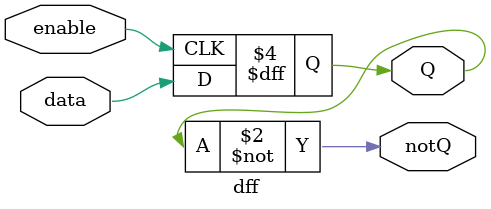
<source format=v>
module dff(
    input data, enable,
    output reg Q, 
    output notQ
    );

    initial begin
        Q <= 0;
    end
    
    always @(posedge enable) begin    
        Q <= data;
     end
     
     assign notQ = ~Q;
     
endmodule

</source>
